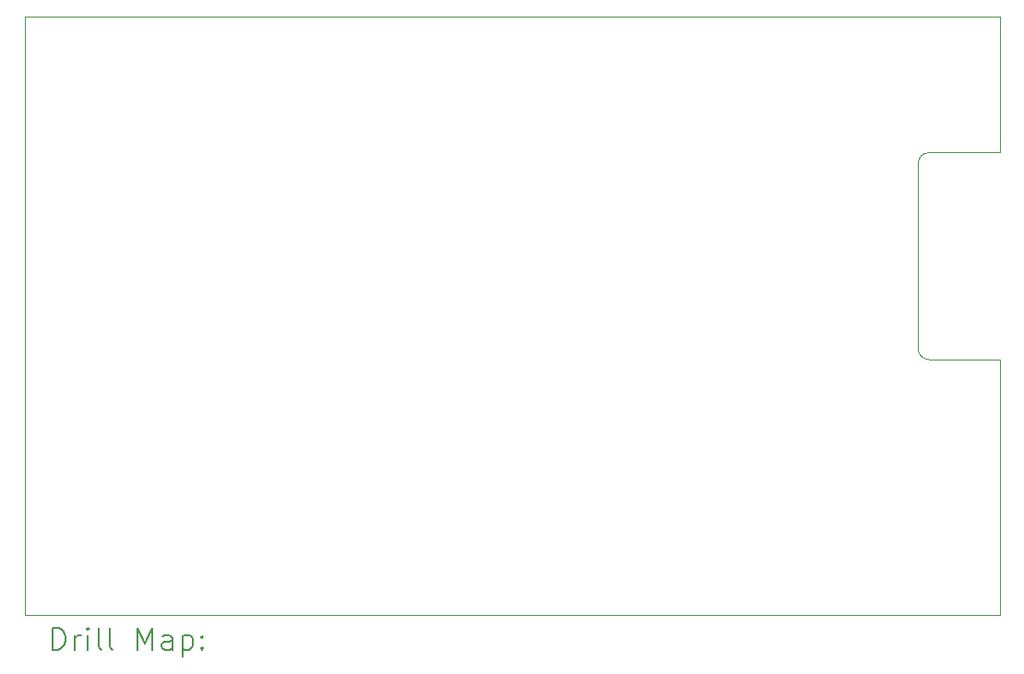
<source format=gbr>
%TF.GenerationSoftware,KiCad,Pcbnew,9.0.6*%
%TF.CreationDate,2026-01-30T16:54:02+01:00*%
%TF.ProjectId,ESP32_PWM_PCB_large,45535033-325f-4505-974d-5f5043425f6c,1.0*%
%TF.SameCoordinates,Original*%
%TF.FileFunction,Drillmap*%
%TF.FilePolarity,Positive*%
%FSLAX45Y45*%
G04 Gerber Fmt 4.5, Leading zero omitted, Abs format (unit mm)*
G04 Created by KiCad (PCBNEW 9.0.6) date 2026-01-30 16:54:02*
%MOMM*%
%LPD*%
G01*
G04 APERTURE LIST*
%ADD10C,0.050000*%
%ADD11C,0.200000*%
G04 APERTURE END LIST*
D10*
X20800000Y-8500000D02*
X20800000Y-6800000D01*
X20900000Y-6700000D02*
X21550000Y-6700000D01*
X12600000Y-10950000D02*
X21550000Y-10950000D01*
X12600000Y-5450000D02*
X12600000Y-10950000D01*
X21550000Y-6700000D02*
X21550000Y-5450000D01*
X21550000Y-8600000D02*
X20900000Y-8600000D01*
X21550000Y-10950000D02*
X21550000Y-8600000D01*
X21550000Y-5450000D02*
X12600000Y-5450000D01*
X20800000Y-6800000D02*
G75*
G02*
X20900000Y-6700000I100000J0D01*
G01*
X20900000Y-8600000D02*
G75*
G02*
X20800000Y-8500000I0J100000D01*
G01*
D11*
X12858277Y-11263984D02*
X12858277Y-11063984D01*
X12858277Y-11063984D02*
X12905896Y-11063984D01*
X12905896Y-11063984D02*
X12934467Y-11073508D01*
X12934467Y-11073508D02*
X12953515Y-11092555D01*
X12953515Y-11092555D02*
X12963039Y-11111603D01*
X12963039Y-11111603D02*
X12972562Y-11149698D01*
X12972562Y-11149698D02*
X12972562Y-11178270D01*
X12972562Y-11178270D02*
X12963039Y-11216365D01*
X12963039Y-11216365D02*
X12953515Y-11235412D01*
X12953515Y-11235412D02*
X12934467Y-11254460D01*
X12934467Y-11254460D02*
X12905896Y-11263984D01*
X12905896Y-11263984D02*
X12858277Y-11263984D01*
X13058277Y-11263984D02*
X13058277Y-11130650D01*
X13058277Y-11168746D02*
X13067801Y-11149698D01*
X13067801Y-11149698D02*
X13077324Y-11140174D01*
X13077324Y-11140174D02*
X13096372Y-11130650D01*
X13096372Y-11130650D02*
X13115420Y-11130650D01*
X13182086Y-11263984D02*
X13182086Y-11130650D01*
X13182086Y-11063984D02*
X13172562Y-11073508D01*
X13172562Y-11073508D02*
X13182086Y-11083031D01*
X13182086Y-11083031D02*
X13191610Y-11073508D01*
X13191610Y-11073508D02*
X13182086Y-11063984D01*
X13182086Y-11063984D02*
X13182086Y-11083031D01*
X13305896Y-11263984D02*
X13286848Y-11254460D01*
X13286848Y-11254460D02*
X13277324Y-11235412D01*
X13277324Y-11235412D02*
X13277324Y-11063984D01*
X13410658Y-11263984D02*
X13391610Y-11254460D01*
X13391610Y-11254460D02*
X13382086Y-11235412D01*
X13382086Y-11235412D02*
X13382086Y-11063984D01*
X13639229Y-11263984D02*
X13639229Y-11063984D01*
X13639229Y-11063984D02*
X13705896Y-11206841D01*
X13705896Y-11206841D02*
X13772562Y-11063984D01*
X13772562Y-11063984D02*
X13772562Y-11263984D01*
X13953515Y-11263984D02*
X13953515Y-11159222D01*
X13953515Y-11159222D02*
X13943991Y-11140174D01*
X13943991Y-11140174D02*
X13924943Y-11130650D01*
X13924943Y-11130650D02*
X13886848Y-11130650D01*
X13886848Y-11130650D02*
X13867801Y-11140174D01*
X13953515Y-11254460D02*
X13934467Y-11263984D01*
X13934467Y-11263984D02*
X13886848Y-11263984D01*
X13886848Y-11263984D02*
X13867801Y-11254460D01*
X13867801Y-11254460D02*
X13858277Y-11235412D01*
X13858277Y-11235412D02*
X13858277Y-11216365D01*
X13858277Y-11216365D02*
X13867801Y-11197317D01*
X13867801Y-11197317D02*
X13886848Y-11187793D01*
X13886848Y-11187793D02*
X13934467Y-11187793D01*
X13934467Y-11187793D02*
X13953515Y-11178270D01*
X14048753Y-11130650D02*
X14048753Y-11330650D01*
X14048753Y-11140174D02*
X14067801Y-11130650D01*
X14067801Y-11130650D02*
X14105896Y-11130650D01*
X14105896Y-11130650D02*
X14124943Y-11140174D01*
X14124943Y-11140174D02*
X14134467Y-11149698D01*
X14134467Y-11149698D02*
X14143991Y-11168746D01*
X14143991Y-11168746D02*
X14143991Y-11225888D01*
X14143991Y-11225888D02*
X14134467Y-11244936D01*
X14134467Y-11244936D02*
X14124943Y-11254460D01*
X14124943Y-11254460D02*
X14105896Y-11263984D01*
X14105896Y-11263984D02*
X14067801Y-11263984D01*
X14067801Y-11263984D02*
X14048753Y-11254460D01*
X14229705Y-11244936D02*
X14239229Y-11254460D01*
X14239229Y-11254460D02*
X14229705Y-11263984D01*
X14229705Y-11263984D02*
X14220182Y-11254460D01*
X14220182Y-11254460D02*
X14229705Y-11244936D01*
X14229705Y-11244936D02*
X14229705Y-11263984D01*
X14229705Y-11140174D02*
X14239229Y-11149698D01*
X14239229Y-11149698D02*
X14229705Y-11159222D01*
X14229705Y-11159222D02*
X14220182Y-11149698D01*
X14220182Y-11149698D02*
X14229705Y-11140174D01*
X14229705Y-11140174D02*
X14229705Y-11159222D01*
M02*

</source>
